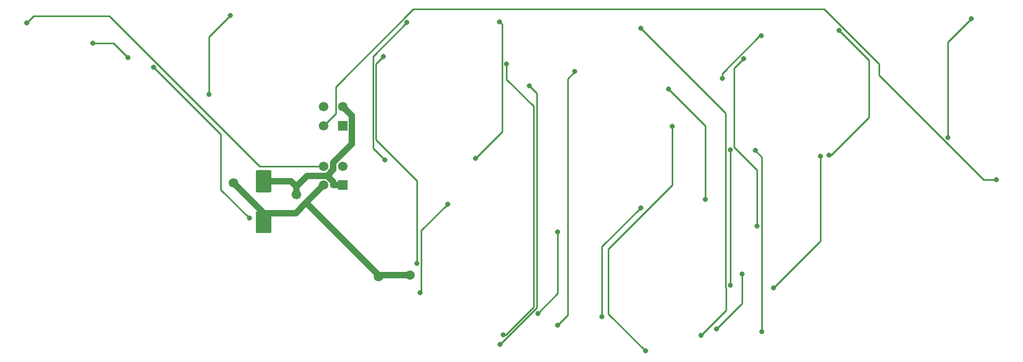
<source format=gbr>
%TF.GenerationSoftware,KiCad,Pcbnew,(5.1.6)-1*%
%TF.CreationDate,2020-11-25T11:54:25+11:00*%
%TF.ProjectId,HUD Panel PCB V1,48554420-5061-46e6-956c-205043422056,rev?*%
%TF.SameCoordinates,Original*%
%TF.FileFunction,Copper,L2,Bot*%
%TF.FilePolarity,Positive*%
%FSLAX46Y46*%
G04 Gerber Fmt 4.6, Leading zero omitted, Abs format (unit mm)*
G04 Created by KiCad (PCBNEW (5.1.6)-1) date 2020-11-25 11:54:25*
%MOMM*%
%LPD*%
G01*
G04 APERTURE LIST*
%TA.AperFunction,ComponentPad*%
%ADD10C,1.520000*%
%TD*%
%TA.AperFunction,ComponentPad*%
%ADD11R,1.520000X1.520000*%
%TD*%
%TA.AperFunction,ViaPad*%
%ADD12C,1.500000*%
%TD*%
%TA.AperFunction,ViaPad*%
%ADD13C,0.800000*%
%TD*%
%TA.AperFunction,Conductor*%
%ADD14C,1.000000*%
%TD*%
%TA.AperFunction,Conductor*%
%ADD15C,0.250000*%
%TD*%
G04 APERTURE END LIST*
D10*
%TO.P,J2,4*%
%TO.N,/LEDGND*%
X121511001Y-58518801D03*
%TO.P,J2,3*%
%TO.N,/DATAOUT*%
X121511001Y-61518800D03*
%TO.P,J2,2*%
%TO.N,/LED+5V*%
X124511000Y-58518801D03*
D11*
%TO.P,J2,1*%
%TO.N,/DATALOOP*%
X124511000Y-61518800D03*
%TD*%
D10*
%TO.P,J1,4*%
%TO.N,/DATAIN*%
X121511001Y-67970401D03*
%TO.P,J1,3*%
%TO.N,/LEDGND*%
X121511001Y-70970400D03*
%TO.P,J1,2*%
%TO.N,/DATALOOP*%
X124511000Y-67970401D03*
D11*
%TO.P,J1,1*%
%TO.N,/LED+5V*%
X124511000Y-70970400D03*
%TD*%
%TO.P,C1,2*%
%TO.N,/LEDGND*%
%TA.AperFunction,SMDPad,CuDef*%
G36*
G01*
X110962000Y-75109200D02*
X112962000Y-75109200D01*
G75*
G02*
X113212000Y-75359200I0J-250000D01*
G01*
X113212000Y-78359200D01*
G75*
G02*
X112962000Y-78609200I-250000J0D01*
G01*
X110962000Y-78609200D01*
G75*
G02*
X110712000Y-78359200I0J250000D01*
G01*
X110712000Y-75359200D01*
G75*
G02*
X110962000Y-75109200I250000J0D01*
G01*
G37*
%TD.AperFunction*%
%TO.P,C1,1*%
%TO.N,/LED+5V*%
%TA.AperFunction,SMDPad,CuDef*%
G36*
G01*
X110962000Y-68609200D02*
X112962000Y-68609200D01*
G75*
G02*
X113212000Y-68859200I0J-250000D01*
G01*
X113212000Y-71859200D01*
G75*
G02*
X112962000Y-72109200I-250000J0D01*
G01*
X110962000Y-72109200D01*
G75*
G02*
X110712000Y-71859200I0J250000D01*
G01*
X110712000Y-68859200D01*
G75*
G02*
X110962000Y-68609200I250000J0D01*
G01*
G37*
%TD.AperFunction*%
%TD*%
D12*
%TO.N,/LED+5V*%
X117132300Y-72477900D03*
%TO.N,/LEDGND*%
X130244000Y-85486500D03*
X107178500Y-70611600D03*
X135196800Y-85293200D03*
D13*
%TO.N,/DATAIN*%
X74363000Y-45202300D03*
%TO.N,Net-(D4-Pad2)*%
X90402000Y-50716400D03*
X84794300Y-48412000D03*
%TO.N,Net-(D10-Pad4)*%
X109709200Y-76233300D03*
X94511500Y-52220100D03*
%TO.N,Net-(D18-Pad2)*%
X134717700Y-45149300D03*
X131256400Y-66990000D03*
%TO.N,Net-(D20-Pad2)*%
X141193100Y-74017200D03*
X136797100Y-88019600D03*
%TO.N,Net-(D24-Pad2)*%
X154129800Y-55169200D03*
X149508500Y-96302200D03*
%TO.N,Net-(D29-Pad2)*%
X161406700Y-52942100D03*
X158657300Y-93226300D03*
%TO.N,Net-(D34-Pad2)*%
X171826800Y-74608200D03*
X165718300Y-91888300D03*
%TO.N,Net-(D39-Pad2)*%
X182100100Y-73266700D03*
X176227400Y-55682200D03*
%TO.N,Net-(D41-Pad2)*%
X187984900Y-85106600D03*
X183904300Y-93818700D03*
%TO.N,Net-(D42-Pad2)*%
X186095100Y-65358600D03*
X186048000Y-86858300D03*
%TO.N,Net-(D44-Pad2)*%
X190353200Y-77478500D03*
X188242800Y-50875800D03*
%TO.N,Net-(D49-Pad2)*%
X203370200Y-46404600D03*
X201790200Y-66183700D03*
%TO.N,/DATAOUT*%
X228297000Y-70063100D03*
%TO.N,Net-(D8-Pad2)*%
X106694700Y-44023400D03*
X103273300Y-56596200D03*
%TO.N,Net-(D19-Pad2)*%
X136297100Y-83361500D03*
X130943400Y-50582000D03*
%TO.N,Net-(D22-Pad2)*%
X149458900Y-45000200D03*
X145633800Y-66680300D03*
%TO.N,Net-(D23-Pad2)*%
X149986500Y-94764300D03*
X150560000Y-51749000D03*
%TO.N,Net-(D27-Pad2)*%
X158661100Y-78368400D03*
X155490400Y-91346700D03*
%TO.N,Net-(D36-Pad2)*%
X181422400Y-94802100D03*
X171872200Y-46050000D03*
%TO.N,Net-(D37-Pad2)*%
X176877300Y-61666600D03*
X172613700Y-97289400D03*
%TO.N,Net-(D43-Pad2)*%
X190959700Y-47242200D03*
X184790100Y-54005400D03*
%TO.N,Net-(D46-Pad2)*%
X190063900Y-65484600D03*
X191103900Y-94259200D03*
%TO.N,Net-(D48-Pad2)*%
X200392900Y-66374900D03*
X192986300Y-87258800D03*
%TO.N,Net-(D54-Pad2)*%
X224377700Y-44561000D03*
X220651900Y-63404200D03*
%TD*%
D14*
%TO.N,/LED+5V*%
X122098300Y-69470400D02*
X118872800Y-69470400D01*
X118872800Y-69470400D02*
X117132300Y-71210900D01*
X123050700Y-70970400D02*
X123050700Y-70422800D01*
X123050700Y-70422800D02*
X122098300Y-69470400D01*
X124511000Y-58518800D02*
X125971400Y-59979200D01*
X125971400Y-59979200D02*
X125971400Y-64444800D01*
X125971400Y-64444800D02*
X123050600Y-67365600D01*
X123050600Y-67365600D02*
X123050600Y-68518100D01*
X123050600Y-68518100D02*
X122098300Y-69470400D01*
X124511000Y-70970400D02*
X123050700Y-70970400D01*
X117132300Y-71210900D02*
X117132300Y-72477900D01*
X111962000Y-70359200D02*
X116280600Y-70359200D01*
X116280600Y-70359200D02*
X117132300Y-71210900D01*
%TO.N,/LEDGND*%
X130244000Y-85293200D02*
X118716100Y-73765300D01*
X135196800Y-85293200D02*
X130244000Y-85293200D01*
X130244000Y-85293200D02*
X130244000Y-85486500D01*
X118716100Y-73765300D02*
X121511000Y-70970400D01*
X111962000Y-75395100D02*
X117086300Y-75395100D01*
X117086300Y-75395100D02*
X118716100Y-73765300D01*
X111962000Y-75395100D02*
X111962000Y-76859200D01*
X107178500Y-70611600D02*
X111962000Y-75395100D01*
D15*
%TO.N,/DATAIN*%
X121511000Y-67970400D02*
X111299000Y-67970400D01*
X111299000Y-67970400D02*
X87425500Y-44096900D01*
X87425500Y-44096900D02*
X75468400Y-44096900D01*
X75468400Y-44096900D02*
X74363000Y-45202300D01*
%TO.N,Net-(D4-Pad2)*%
X90402000Y-50716400D02*
X88097600Y-48412000D01*
X88097600Y-48412000D02*
X84794300Y-48412000D01*
%TO.N,Net-(D10-Pad4)*%
X94511500Y-52220100D02*
X105186400Y-62895000D01*
X105186400Y-62895000D02*
X105186400Y-71710500D01*
X105186400Y-71710500D02*
X109709200Y-76233300D01*
%TO.N,Net-(D18-Pad2)*%
X134717700Y-45149300D02*
X129353300Y-50513700D01*
X129353300Y-50513700D02*
X129353300Y-65086900D01*
X129353300Y-65086900D02*
X131256400Y-66990000D01*
%TO.N,Net-(D20-Pad2)*%
X141193100Y-74017200D02*
X137022400Y-78187900D01*
X137022400Y-78187900D02*
X137022400Y-87794300D01*
X137022400Y-87794300D02*
X136797100Y-88019600D01*
%TO.N,Net-(D24-Pad2)*%
X149508500Y-96302200D02*
X155350300Y-90460400D01*
X155350300Y-90460400D02*
X155350300Y-56389700D01*
X155350300Y-56389700D02*
X154129800Y-55169200D01*
%TO.N,Net-(D29-Pad2)*%
X161406700Y-52942100D02*
X160280800Y-54068000D01*
X160280800Y-54068000D02*
X160280800Y-91602800D01*
X160280800Y-91602800D02*
X158657300Y-93226300D01*
%TO.N,Net-(D34-Pad2)*%
X171826800Y-74608200D02*
X165718300Y-80716700D01*
X165718300Y-80716700D02*
X165718300Y-91888300D01*
%TO.N,Net-(D39-Pad2)*%
X182100100Y-73266700D02*
X182100100Y-61554900D01*
X182100100Y-61554900D02*
X176227400Y-55682200D01*
%TO.N,Net-(D41-Pad2)*%
X183904300Y-93818700D02*
X187984900Y-89738100D01*
X187984900Y-89738100D02*
X187984900Y-85106600D01*
%TO.N,Net-(D42-Pad2)*%
X186095100Y-65358600D02*
X186095100Y-86811200D01*
X186095100Y-86811200D02*
X186048000Y-86858300D01*
%TO.N,Net-(D44-Pad2)*%
X188242800Y-50875800D02*
X186707100Y-52411500D01*
X186707100Y-52411500D02*
X186707100Y-64944800D01*
X186707100Y-64944800D02*
X190353200Y-68590900D01*
X190353200Y-68590900D02*
X190353200Y-77478500D01*
%TO.N,Net-(D49-Pad2)*%
X201790200Y-66183700D02*
X202125900Y-66183700D01*
X202125900Y-66183700D02*
X208095200Y-60214400D01*
X208095200Y-60214400D02*
X208095200Y-51129600D01*
X208095200Y-51129600D02*
X203370200Y-46404600D01*
%TO.N,/DATAOUT*%
X228297000Y-70063100D02*
X226279300Y-70063100D01*
X226279300Y-70063100D02*
X209707600Y-53491400D01*
X209707600Y-53491400D02*
X209707600Y-51716200D01*
X209707600Y-51716200D02*
X201030800Y-43039400D01*
X201030800Y-43039400D02*
X135748200Y-43039400D01*
X135748200Y-43039400D02*
X123425600Y-55362000D01*
X123425600Y-55362000D02*
X123425600Y-57906600D01*
X123425600Y-57906600D02*
X123425500Y-57906700D01*
X123425500Y-57906700D02*
X123425500Y-58600500D01*
X123425500Y-58600500D02*
X123425600Y-58600600D01*
X123425600Y-58600600D02*
X123425600Y-59604200D01*
X123425600Y-59604200D02*
X121511000Y-61518800D01*
%TO.N,Net-(D8-Pad2)*%
X103273300Y-56596200D02*
X103273300Y-47444800D01*
X103273300Y-47444800D02*
X106694700Y-44023400D01*
%TO.N,Net-(D19-Pad2)*%
X130943400Y-50582000D02*
X129803700Y-51721700D01*
X129803700Y-51721700D02*
X129803700Y-63741800D01*
X129803700Y-63741800D02*
X136297100Y-70235200D01*
X136297100Y-70235200D02*
X136297100Y-83361500D01*
%TO.N,Net-(D22-Pad2)*%
X149458900Y-45000200D02*
X149829400Y-45370700D01*
X149829400Y-45370700D02*
X149829400Y-62484700D01*
X149829400Y-62484700D02*
X145633800Y-66680300D01*
%TO.N,Net-(D23-Pad2)*%
X150560000Y-51749000D02*
X150560000Y-54149900D01*
X150560000Y-54149900D02*
X154865500Y-58455400D01*
X154865500Y-58455400D02*
X154865500Y-90308300D01*
X154865500Y-90308300D02*
X150409500Y-94764300D01*
X150409500Y-94764300D02*
X149986500Y-94764300D01*
%TO.N,Net-(D27-Pad2)*%
X155490400Y-91346700D02*
X158661100Y-88176000D01*
X158661100Y-88176000D02*
X158661100Y-78368400D01*
%TO.N,Net-(D36-Pad2)*%
X181422400Y-94802100D02*
X185409800Y-90814700D01*
X185409800Y-90814700D02*
X185409800Y-87301900D01*
X185409800Y-87301900D02*
X185309000Y-87201100D01*
X185309000Y-87201100D02*
X185309000Y-59486800D01*
X185309000Y-59486800D02*
X171872200Y-46050000D01*
%TO.N,Net-(D37-Pad2)*%
X176877300Y-61666600D02*
X176877300Y-70922000D01*
X176877300Y-70922000D02*
X166722100Y-81077200D01*
X166722100Y-81077200D02*
X166722100Y-91397800D01*
X166722100Y-91397800D02*
X172613700Y-97289400D01*
%TO.N,Net-(D43-Pad2)*%
X190959700Y-47242200D02*
X190779600Y-47242200D01*
X190779600Y-47242200D02*
X184790100Y-53231700D01*
X184790100Y-53231700D02*
X184790100Y-54005400D01*
%TO.N,Net-(D46-Pad2)*%
X190063900Y-65484600D02*
X191103900Y-66524600D01*
X191103900Y-66524600D02*
X191103900Y-94259200D01*
%TO.N,Net-(D48-Pad2)*%
X192986300Y-87258800D02*
X200392900Y-79852200D01*
X200392900Y-79852200D02*
X200392900Y-66374900D01*
%TO.N,Net-(D54-Pad2)*%
X220651900Y-63404200D02*
X220651900Y-48286800D01*
X220651900Y-48286800D02*
X224377700Y-44561000D01*
%TD*%
M02*

</source>
